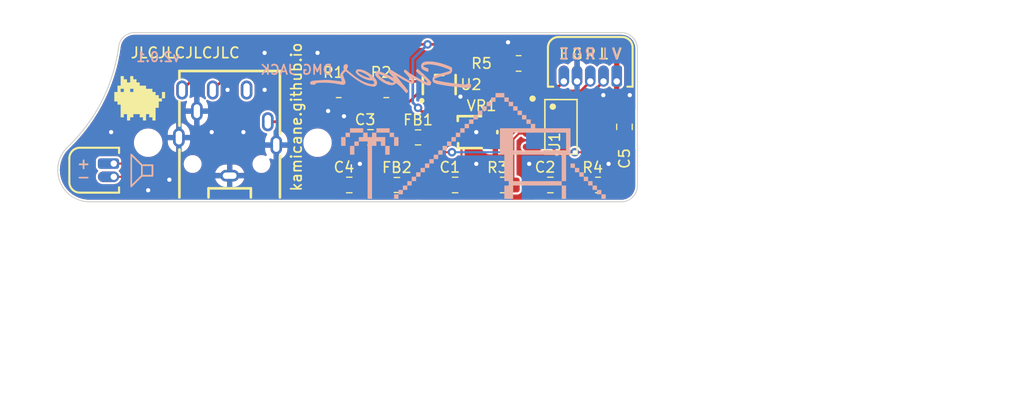
<source format=kicad_pcb>
(kicad_pcb (version 20211014) (generator pcbnew)
  (title_block (title "Super DMG JACK") (date "2022-12-05") (rev "2.0.1") (company "kmc"))
  (layers (0 "F.Cu" signal) (31 "B.Cu" signal) (34 "B.Paste" user) (35 "F.Paste" user) (36 "B.SilkS" user "B.Silkscreen") (37 "F.SilkS" user "F.Silkscreen") (38 "B.Mask" user) (39 "F.Mask" user) (44 "Edge.Cuts" user))
  (net 0 "")
  (net 3 "Net-(C1-Pad1)")
  (net 4 "GND")
  (net 5 "Net-(C3-Pad1)")
  (net 6 "Net-(C4-Pad1)")
  (net 7 "VCC")
  (net 8 "RIGHT")
  (net 9 "LEFT")
  (net 10 "EN")
  (net 11 "Net-(FB1-Pad2)")
  (net 12 "Net-(FB2-Pad2)")
  (net 13 "MONO")
  (net 14 "Net-(R3-Pad2)")
  (net 16 "Net-(C1-Pad2)")
  (net 17 "Net-(R4-Pad2)")
  (net 18 "Net-(C2-Pad2)")
  (net 19 "EN_INV")
  (footprint "easyeda2kicad:SOT-23-5_L3.0-W1.7-P0.95-LS2.8-BR" (layer "F.Cu") (at 76 53 -90)
    (fp_text reference "U2" (at 0 -3 180) (layer "F.SilkS"))
    (fp_text value "SN74AHC1G14DBVR")
    (pad "1" smd rect locked (at 1.3 0.95 270) (size 1 0.6) (layers "F.Cu" "F.Paste" "F.Mask"))
    (pad "2" smd rect locked (at 1.3 0 270) (size 1 0.6) (layers "F.Cu" "F.Paste" "F.Mask") (net 10 "EN"))
    (pad "3" smd rect locked (at 1.3 -0.95 270) (size 1 0.6) (layers "F.Cu" "F.Paste" "F.Mask") (net 4 "GND"))
    (pad "4" smd rect locked (at -1.3 -0.95 270) (size 1 0.6) (layers "F.Cu" "F.Paste" "F.Mask") (net 19 "EN_INV"))
    (pad "5" smd rect locked (at -1.3 0.95 270) (size 1 0.6) (layers "F.Cu" "F.Paste" "F.Mask") (net 7 "VCC"))
  )
  (footprint "Capacitor_SMD:C_0805_2012Metric_Pad1.18x1.45mm_HandSolder" (layer "F.Cu") (at 93.5 57 -90)
    (fp_text reference "C5" (at 3 0 90) (layer "F.SilkS"))
    (fp_text value "1µf")
    (pad "1" smd roundrect (at -1.0375 0 270) (size 1.175 1.45) (layers "F.Cu" "F.Paste" "F.Mask") (roundrect_rratio 0.212766) (net 7 "VCC"))
    (pad "2" smd roundrect (at 1.0375 0 270) (size 1.175 1.45) (layers "F.Cu" "F.Paste" "F.Mask") (roundrect_rratio 0.212766) (net 4 "GND"))
  )
  (footprint "Resistor_SMD:R_0805_2012Metric_Pad1.20x1.40mm_HandSolder" (layer "F.Cu") (at 83.5 51 180)
    (fp_text reference "R5" (at 3.5 0) (layer "F.SilkS"))
    (fp_text value "10kΩ")
    (pad "1" smd roundrect (at -1 0 180) (size 1.2 1.4) (layers "F.Cu" "F.Paste" "F.Mask") (roundrect_rratio 0.208333) (net 7 "VCC"))
    (pad "2" smd roundrect (at 1 0 180) (size 1.2 1.4) (layers "F.Cu" "F.Paste" "F.Mask") (roundrect_rratio 0.208333) (net 10 "EN"))
  )
  (footprint "Capacitor_SMD:C_0805_2012Metric_Pad1.18x1.45mm_HandSolder" (layer "F.Cu") (at 86.5 62.5)
    (fp_text reference "C2" (at -0.5 -1.68) (layer "F.SilkS"))
    (fp_text value "1µf")
    (pad "1" smd roundrect (at -1.0375 0) (size 1.175 1.45) (layers "F.Cu" "F.Paste" "F.Mask") (roundrect_rratio 0.212766) (net 4 "GND"))
    (pad "2" smd roundrect (at 1.0375 0) (size 1.175 1.45) (layers "F.Cu" "F.Paste" "F.Mask") (roundrect_rratio 0.212766) (net 18 "Net-(C2-Pad2)"))
  )
  (footprint "Capacitor_SMD:C_0805_2012Metric_Pad1.18x1.45mm_HandSolder" (layer "F.Cu") (at 69.5 58)
    (fp_text reference "C3" (at -0.5 -1.68) (layer "F.SilkS"))
    (fp_text value "220pf")
    (pad "1" smd roundrect (at -1.0375 0) (size 1.175 1.45) (layers "F.Cu" "F.Paste" "F.Mask") (roundrect_rratio 0.212766) (net 5 "Net-(C3-Pad1)"))
    (pad "2" smd roundrect (at 1.0375 0) (size 1.175 1.45) (layers "F.Cu" "F.Paste" "F.Mask") (roundrect_rratio 0.212766) (net 4 "GND"))
  )
  (footprint "Inductor_SMD:L_0805_2012Metric_Pad1.15x1.40mm_HandSolder" (layer "F.Cu") (at 72 62.5)
    (fp_text reference "FB2" (at 0 -1.65) (layer "F.SilkS"))
    (fp_text value "FerriteBead_Small")
    (pad "1" smd roundrect (at -1.025 0) (size 1.15 1.4) (layers "F.Cu" "F.Paste" "F.Mask") (roundrect_rratio 0.217391) (net 6 "Net-(C4-Pad1)"))
    (pad "2" smd roundrect (at 1.025 0) (size 1.15 1.4) (layers "F.Cu" "F.Paste" "F.Mask") (roundrect_rratio 0.217391) (net 12 "Net-(FB2-Pad2)"))
  )
  (footprint "Inductor_SMD:L_0805_2012Metric_Pad1.15x1.40mm_HandSolder" (layer "F.Cu") (at 74 58)
    (fp_text reference "FB1" (at 0 -1.65) (layer "F.SilkS"))
    (fp_text value "FerriteBead_Small")
    (pad "1" smd roundrect (at -1.025 0) (size 1.15 1.4) (layers "F.Cu" "F.Paste" "F.Mask") (roundrect_rratio 0.217391) (net 5 "Net-(C3-Pad1)"))
    (pad "2" smd roundrect (at 1.025 0) (size 1.15 1.4) (layers "F.Cu" "F.Paste" "F.Mask") (roundrect_rratio 0.217391) (net 11 "Net-(FB1-Pad2)"))
  )
  (footprint "MountingHole:MountingHole_2.2mm_M2" (layer "F.Cu") (at 48.5 58.5)
    (fp_text reference "H1" hide)
    (fp_text value "MountingHole")
    (pad "" np_thru_hole circle (at 0 0) (size 2.2 2.2) (drill 2.2) (layers *.Cu *.Mask))
  )
  (footprint "Resistor_SMD:R_0805_2012Metric_Pad1.20x1.40mm_HandSolder" (layer "F.Cu") (at 91 62.5)
    (fp_text reference "R4" (at -0.5 -1.65) (layer "F.SilkS"))
    (fp_text value "100Ω")
    (pad "1" smd roundrect (at -1 0) (size 1.2 1.4) (layers "F.Cu" "F.Paste" "F.Mask") (roundrect_rratio 0.208333) (net 18 "Net-(C2-Pad2)"))
    (pad "2" smd roundrect (at 1 0) (size 1.2 1.4) (layers "F.Cu" "F.Paste" "F.Mask") (roundrect_rratio 0.208333) (net 17 "Net-(R4-Pad2)"))
  )
  (footprint "kmc_lib:CONN-TH_5P-P1.25_LONGPADS" (layer "F.Cu") (at 90.27 52.7 180)
    (fp_text reference "CN2" hide)
    (fp_text value "DMGB_AUDIO_HEADER")
    (pad "1" thru_hole roundrect locked (at -2.5 0 180) (size 1 2) (drill 0.6 (offset 0 0.5)) (layers *.Cu *.Mask) (net 7 "VCC"))
    (pad "2" thru_hole oval locked (at -1.25 0 180) (size 1 2) (drill 0.6 (offset 0 0.5)) (layers *.Cu *.Mask) (net 9 "LEFT"))
    (pad "3" thru_hole oval locked (at 0 0 180) (size 1 2) (drill 0.6 (offset 0 0.5)) (layers *.Cu *.Mask) (net 8 "RIGHT"))
    (pad "4" thru_hole oval locked (at 1.25 0 180) (size 1 2) (drill 0.6 (offset 0 0.5)) (layers *.Cu *.Mask) (net 4 "GND"))
    (pad "5" thru_hole oval locked (at 2.5 0 180) (size 1 2) (drill 0.6 (offset 0 0.5)) (layers *.Cu *.Mask) (net 19 "EN_INV"))
  )
  (footprint "Capacitor_SMD:C_0805_2012Metric_Pad1.18x1.45mm_HandSolder" (layer "F.Cu") (at 77.5 62.5)
    (fp_text reference "C1" (at -0.5 -1.68) (layer "F.SilkS"))
    (fp_text value "1µf")
    (pad "1" smd roundrect (at -1.0375 0) (size 1.175 1.45) (layers "F.Cu" "F.Paste" "F.Mask") (roundrect_rratio 0.212766) (net 3 "Net-(C1-Pad1)"))
    (pad "2" smd roundrect (at 1.0375 0) (size 1.175 1.45) (layers "F.Cu" "F.Paste" "F.Mask") (roundrect_rratio 0.212766) (net 16 "Net-(C1-Pad2)"))
  )
  (footprint "Resistor_SMD:R_0805_2012Metric_Pad1.20x1.40mm_HandSolder" (layer "F.Cu") (at 66.5 53.5)
    (fp_text reference "R1" (at -0.5 -1.65) (layer "F.SilkS"))
    (fp_text value "220Ω")
    (pad "1" smd roundrect (at -1 0) (size 1.2 1.4) (layers "F.Cu" "F.Paste" "F.Mask") (roundrect_rratio 0.208333) (net 9 "LEFT"))
    (pad "2" smd roundrect (at 1 0) (size 1.2 1.4) (layers "F.Cu" "F.Paste" "F.Mask") (roundrect_rratio 0.208333) (net 13 "MONO"))
  )
  (footprint "easyeda2kicad:SOP-8_L4.9-W3.9-P1.27-LS6.0-BL" (layer "F.Cu") (at 87.5 57 -90)
    (fp_text reference "U1" (at 1.5 0.6 90) (layer "F.SilkS"))
    (fp_text value "PAM8302AADCR")
    (pad "1" smd oval (at -1.91 2.68 270) (size 0.63 1.86) (layers "F.Cu" "F.Paste" "F.Mask") (net 10 "EN"))
    (pad "2" smd oval (at -0.63 2.68 270) (size 0.63 1.86) (layers "F.Cu" "F.Paste" "F.Mask"))
    (pad "3" smd oval (at 0.63 2.68 270) (size 0.63 1.86) (layers "F.Cu" "F.Paste" "F.Mask") (net 14 "Net-(R3-Pad2)"))
    (pad "4" smd oval (at 1.9 2.68 270) (size 0.63 1.86) (layers "F.Cu" "F.Paste" "F.Mask") (net 17 "Net-(R4-Pad2)"))
    (pad "5" smd oval (at 1.9 -2.68 270) (size 0.63 1.86) (layers "F.Cu" "F.Paste" "F.Mask") (net 11 "Net-(FB1-Pad2)"))
    (pad "6" smd oval (at 0.63 -2.68 270) (size 0.63 1.86) (layers "F.Cu" "F.Paste" "F.Mask") (net 7 "VCC"))
    (pad "7" smd oval (at -0.63 -2.68 270) (size 0.63 1.86) (layers "F.Cu" "F.Paste" "F.Mask") (net 4 "GND"))
    (pad "8" smd oval (at -1.91 -2.68 270) (size 0.63 1.86) (layers "F.Cu" "F.Paste" "F.Mask") (net 12 "Net-(FB2-Pad2)"))
  )
  (footprint "eda-glyphs:kmc" (layer "F.Cu") (at 48 54)
    (fp_text reference "G1" hide)
    (fp_text value "kmc" hide)
  )
  (footprint "easyeda2kicad:AUDIO-TH_PJ-3043-B" (layer "F.Cu") (at 56 57.5675 180)
    (fp_text reference "CN1" hide)
    (fp_text value "PJ-3043-B")
    (pad "" np_thru_hole circle locked (at -3.2 -2.95 180) (size 1.2 1.2) (drill 1.2) (layers F&B.Cu *.Mask))
    (pad "" np_thru_hole circle locked (at 3.3 -2.95 180) (size 1.2 1.2) (drill 1.2) (layers F&B.Cu *.Mask))
    (pad "1" thru_hole oval locked (at -0.2 -4.05 270) (size 1.1 1.8) (drill oval 0.599999 1.300023) (layers *.Cu *.Mask) (net 4 "GND"))
    (pad "2" thru_hole oval locked (at 1.4 4.05 180) (size 1.1 1.8) (drill oval 0.599999 1.300023) (layers *.Cu *.Mask) (net 8 "RIGHT"))
    (pad "3" thru_hole oval locked (at -3.8 1.05) (size 1.1 1.8) (drill oval 0.599999 1.300023) (layers *.Cu *.Mask) (net 9 "LEFT"))
    (pad "4" thru_hole oval locked (at -1.8 4.05) (size 1.1 1.8) (drill oval 0.599999 1.300023) (layers *.Cu *.Mask))
    (pad "5" thru_hole oval locked (at 2.9 2.05) (size 1.1 1.8) (drill oval 0.599999 1.300023) (layers *.Cu *.Mask) (net 4 "GND"))
    (pad "6" thru_hole oval locked (at 4.3 4.05) (size 1.1 1.8) (drill oval 0.599999 1.300023) (layers *.Cu *.Mask) (net 10 "EN"))
    (pad "8" thru_hole oval locked (at -4.6 -1.15 180) (size 1.1 1.8) (drill oval 0.599999 1.300023) (layers *.Cu *.Mask) (net 4 "GND"))
    (pad "8" thru_hole oval locked (at 4.6 -0.45 180) (size 1.1 1.8) (drill oval 0.599999 1.300023) (layers *.Cu *.Mask) (net 4 "GND"))
  )
  (footprint "easyeda2kicad:RES-ADJ-SMD_3P-L3.0-W3.8-P1.75-BR" (layer "F.Cu") (at 79.5 57.5)
    (fp_text reference "VR1" (at 0.5 -2.5) (layer "F.SilkS"))
    (fp_text value "TC33X-2-103E")
    (pad "1" smd roundrect (at 1.8 1 90) (size 1.2 1.6) (layers "F.Cu" "F.Paste" "F.Mask") (net 4 "GND"))
    (pad "2" smd roundrect (at -1.7 0 90) (size 1.6 1.5) (layers "F.Cu" "F.Paste" "F.Mask") (net 3 "Net-(C1-Pad1)"))
    (pad "3" smd roundrect (at 1.8 -1 90) (size 1.2 1.6) (layers "F.Cu" "F.Paste" "F.Mask") (net 13 "MONO"))
  )
  (footprint "Resistor_SMD:R_0805_2012Metric_Pad1.20x1.40mm_HandSolder" (layer "F.Cu") (at 71 53.5)
    (fp_text reference "R2" (at -0.5 -1.65) (layer "F.SilkS"))
    (fp_text value "220Ω")
    (pad "1" smd roundrect (at -1 0) (size 1.2 1.4) (layers "F.Cu" "F.Paste" "F.Mask") (roundrect_rratio 0.208333) (net 13 "MONO"))
    (pad "2" smd roundrect (at 1 0) (size 1.2 1.4) (layers "F.Cu" "F.Paste" "F.Mask") (roundrect_rratio 0.208333) (net 8 "RIGHT"))
  )
  (footprint "MountingHole:MountingHole_2.2mm_M2" (layer "F.Cu") (at 64.5 58.5)
    (fp_text reference "H2" hide)
    (fp_text value "MountingHole")
    (pad "" np_thru_hole circle (at 0 0) (size 2.2 2.2) (drill 2.2) (layers *.Cu *.Mask))
  )
  (footprint "kmc_lib:CONN-TH_2P-P1.25_HCTL_HC-1.25-2AW_LONGPADS" (layer "F.Cu") (at 45.25 61.125 -90)
    (fp_text reference "CN3" hide)
    (fp_text value "Speaker")
    (pad "1" thru_hole roundrect (at -0.65 0 270) (size 1 2) (drill 0.6 (offset 0 0.5)) (layers *.Cu *.Mask) (net 5 "Net-(C3-Pad1)"))
    (pad "2" thru_hole oval (at 0.6 0 270) (size 1 2) (drill 0.6 (offset 0 0.5)) (layers *.Cu *.Mask) (net 6 "Net-(C4-Pad1)"))
  )
  (footprint "Resistor_SMD:R_0805_2012Metric_Pad1.20x1.40mm_HandSolder" (layer "F.Cu") (at 82 62.5)
    (fp_text reference "R3" (at -0.5 -1.65) (layer "F.SilkS"))
    (fp_text value "100Ω")
    (pad "1" smd roundrect (at -1 0) (size 1.2 1.4) (layers "F.Cu" "F.Paste" "F.Mask") (roundrect_rratio 0.208333) (net 16 "Net-(C1-Pad2)"))
    (pad "2" smd roundrect (at 1 0) (size 1.2 1.4) (layers "F.Cu" "F.Paste" "F.Mask") (roundrect_rratio 0.208333) (net 14 "Net-(R3-Pad2)"))
  )
  (footprint "Capacitor_SMD:C_0805_2012Metric_Pad1.18x1.45mm_HandSolder" (layer "F.Cu") (at 67.5 62.5)
    (fp_text reference "C4" (at -0.5 -1.68) (layer "F.SilkS"))
    (fp_text value "220pf")
    (pad "1" smd roundrect (at -1.0375 0) (size 1.175 1.45) (layers "F.Cu" "F.Paste" "F.Mask") (roundrect_rratio 0.212766) (net 6 "Net-(C4-Pad1)"))
    (pad "2" smd roundrect (at 1.0375 0) (size 1.175 1.45) (layers "F.Cu" "F.Paste" "F.Mask") (roundrect_rratio 0.212766) (net 4 "GND"))
  )
  (footprint "LOGO" (layer "B.Cu") (at 71.4 52.3 180)
    (fp_text reference "G***" hide)
    (fp_text value "LOGO" hide)
  )
  (footprint "LOGO" (layer "B.Cu") (at 75.9 58.8 180)
    (fp_text reference "G***" hide)
    (fp_text value "LOGO" hide)
  )
  (gr_line (start 48.9 61.625) (end 48.9 60.625) (layer "B.SilkS") (width 0.15))
  (gr_line (start 46.9 62.625) (end 47.9 61.625) (layer "B.SilkS") (width 0.15))
  (gr_line (start 47.9 60.625) (end 47.9 61.625) (layer "B.SilkS") (width 0.15))
  (gr_line (start 46.9 59.625) (end 46.9 62.625) (layer "B.SilkS") (width 0.15))
  (gr_line (start 48.9 60.625) (end 47.9 60.625) (layer "B.SilkS") (width 0.15))
  (gr_line (start 47.9 60.625) (end 46.9 59.625) (layer "B.SilkS") (width 0.15))
  (gr_line (start 47.9 61.625) (end 48.9 61.625) (layer "B.SilkS") (width 0.15))
  (gr_line (start 48.9 60.625) (end 47.9 60.625) (layer "F.SilkS") (width 0.15))
  (gr_line (start 46.9 59.625) (end 46.9 62.625) (layer "F.SilkS") (width 0.15))
  (gr_line (start 46.9 62.625) (end 47.9 61.625) (layer "F.SilkS") (width 0.15))
  (gr_line (start 47.9 61.625) (end 48.9 61.625) (layer "F.SilkS") (width 0.15))
  (gr_line (start 47.9 60.625) (end 46.9 59.625) (layer "F.SilkS") (width 0.15))
  (gr_line (start 47.9 60.625) (end 47.9 61.625) (layer "F.SilkS") (width 0.15))
  (gr_line (start 48.9 61.625) (end 48.9 60.625) (layer "F.SilkS") (width 0.15))
  (gr_arc (start 93.215194 48.08959) (mid 94.275862 48.528927) (end 94.715194 49.58959) (layer "Edge.Cuts") (width 0.1))
  (gr_line (start 42.957001 64.08959) (end 53.114229 64.08959) (layer "Edge.Cuts") (width 0.1))
  (gr_line (start 94.715194 62.58959) (end 94.715194 49.58959) (layer "Edge.Cuts") (width 0.1))
  (gr_arc (start 45.715194 49.39443) (mid 46.213193 48.462062) (end 47.202444 48.08959) (layer "Edge.Cuts") (width 0.1))
  (gr_arc (start 94.715194 62.58959) (mid 94.275857 63.650255) (end 93.215194 64.08959) (layer "Edge.Cuts") (width 0.1))
  (gr_line (start 66.975475 48.08959) (end 47.202444 48.08959) (layer "Edge.Cuts") (width 0.1))
  (gr_arc (start 42.957001 64.08959) (mid 40.17249 62.206043) (end 40.884484 58.920564) (layer "Edge.Cuts") (width 0.1))
  (gr_line (start 93.215194 48.08959) (end 66.975475 48.08959) (layer "Edge.Cuts") (width 0.1))
  (gr_line (start 59.422348 64.08959) (end 53.114229 64.08959) (layer "Edge.Cuts") (width 0.1))
  (gr_line (start 59.422348 64.08959) (end 93.215194 64.08959) (layer "Edge.Cuts") (width 0.1))
  (gr_arc (start 45.715194 49.39443) (mid 44.114599 54.570663) (end 40.884484 58.920564) (layer "Edge.Cuts") (width 0.1))
  (gr_text "R" (at 90.85 50.1) (layer "B.SilkS") (effects (font (size 1 1) (thickness 0.16)) (justify left mirror)))
  (gr_text "-" (at 42.4 61.725) (layer "B.SilkS") (effects (font (size 1 1)) (justify mirror)))
  (gr_text "L" (at 92.004762 50.1) (layer "B.SilkS") (effects (font (size 1 1) (thickness 0.16)) (justify left mirror)))
  (gr_text "G" (at 89.6 50.1) (layer "B.SilkS") (effects (font (size 1 1) (thickness 0.16)) (justify left mirror)))
  (gr_text "E" (at 88.302381 50.1) (layer "B.SilkS") (effects (font (size 1 1) (thickness 0.16)) (justify left mirror)))
  (gr_text "V" (at 93.278572 50.1) (layer "B.SilkS") (effects (font (size 1 1) (thickness 0.16)) (justify left mirror)))
  (gr_text "+" (at 42.4 60.475) (layer "B.SilkS") (effects (font (size 1 1)) (justify mirror)))
  (gr_text "v${REVISION}" (at 51.6 50.4) (layer "B.SilkS") (effects (font (size 0.9 0.9) (thickness 0.16)) (justify left mirror)))
  (gr_text "DMG JACK" (at 66 51.6) (layer "B.SilkS") (effects (font (size 0.9 0.9) (thickness 0.16)) (justify left mirror)))
  (gr_text "R" (at 89.69 50.1) (layer "F.SilkS") (effects (font (size 1 1) (thickness 0.16)) (justify left)))
  (gr_text "JLCJLCJLCJLC" (at 52 50) (layer "F.SilkS") (effects (font (size 1 1) (thickness 0.16))))
  (gr_text "L" (at 91.035238 50.1) (layer "F.SilkS") (effects (font (size 1 1) (thickness 0.16)) (justify left)))
  (gr_text "-" (at 42.4 61.725) (layer "F.SilkS") (effects (font (size 1 1))))
  (gr_text "V" (at 92.261429 50.1) (layer "F.SilkS") (effects (font (size 1 1) (thickness 0.16)) (justify left)))
  (gr_text "+" (at 42.4 60.475) (layer "F.SilkS") (effects (font (size 1 1))))
  (gr_text "kamicane.github.io" (at 62.5 63.2 90) (layer "F.SilkS") (effects (font (size 1 1) (thickness 0.16)) (justify left)))
  (gr_text "E" (at 87.237619 50.1) (layer "F.SilkS") (effects (font (size 1 1) (thickness 0.16)) (justify left)))
  (gr_text "G" (at 88.44 50.1) (layer "F.SilkS") (effects (font (size 1 1) (thickness 0.16)) (justify left)))
  (segment (start 77.8 58.8) (end 78.1 59.1) (width 0.2) (layer "F.Cu") (net 3))
  (segment (start 77.8 57.5) (end 77.8 58.8) (width 0.2) (layer "F.Cu") (net 3))
  (segment (start 78.1 59.1) (end 78.1 60.8625) (width 0.2) (layer "F.Cu") (net 3))
  (segment (start 78.1 60.8625) (end 76.4625 62.5) (width 0.2) (layer "F.Cu") (net 3))
  (via (at 82.5 49) (size 0.8) (drill 0.4) (layers "F.Cu" "B.Cu") (net 4))
  (via (at 91.5 54) (size 0.8) (drill 0.4) (layers "F.Cu" "B.Cu") (net 4))
  (via (at 56 53.5) (size 0.8) (drill 0.4) (layers "F.Cu" "B.Cu") (net 4))
  (via (at 94 54) (size 0.8) (drill 0.4) (layers "F.Cu" "B.Cu") (net 4))
  (via (at 78 54.142359) (size 0.8) (drill 0.4) (layers "F.Cu" "B.Cu") (net 4))
  (via (at 92 60.5) (size 0.8) (drill 0.4) (layers "F.Cu" "B.Cu") (net 4))
  (via (at 59.5 53.5) (size 0.8) (drill 0.4) (layers "F.Cu" "B.Cu") (net 4))
  (via (at 79.5 57.5) (size 0.8) (drill 0.4) (layers "F.Cu" "B.Cu") (net 4))
  (via (at 68.5 60.5) (size 0.8) (drill 0.4) (layers "F.Cu" "B.Cu") (net 4))
  (via (at 57.5 57.5) (size 0.8) (drill 0.4) (layers "F.Cu" "B.Cu") (net 4))
  (via (at 79.5 60.5) (size 0.8) (drill 0.4) (layers "F.Cu" "B.Cu") (net 4))
  (via (at 67 56) (size 0.8) (drill 0.4) (layers "F.Cu" "B.Cu") (net 4))
  (via (at 59.5 50) (size 0.8) (drill 0.4) (layers "F.Cu" "B.Cu") (net 4))
  (via (at 45 57.5) (size 0.8) (drill 0.4) (layers "F.Cu" "B.Cu") (net 4))
  (via (at 64.5 50) (size 0.8) (drill 0.4) (layers "F.Cu" "B.Cu") (net 4))
  (via (at 54.5 57.5) (size 0.8) (drill 0.4) (layers "F.Cu" "B.Cu") (net 4))
  (via (at 48.5 63) (size 0.8) (drill 0.4) (layers "F.Cu" "B.Cu") (net 4))
  (via (at 84.5 60.5) (size 0.8) (drill 0.4) (layers "F.Cu" "B.Cu") (net 4))
  (via (at 65.5 55.5) (size 0.8) (drill 0.4) (layers "F.Cu" "B.Cu") (net 4))
  (via (at 50.5 62) (size 0.8) (drill 0.4) (layers "F.Cu" "B.Cu") (net 4))
  (segment (start 69.4 59.5) (end 68.4625 58.5625) (width 0.2) (layer "F.Cu") (net 5))
  (segment (start 68.4625 58) (end 68 58) (width 0.2) (layer "F.Cu") (net 5))
  (segment (start 53 63) (end 50.475 60.475) (width 0.2) (layer "F.Cu") (net 5))
  (segment (start 63 63) (end 53 63) (width 0.2) (layer "F.Cu") (net 5))
  (segment (start 68.4625 58.5625) (end 68.4625 58) (width 0.2) (layer "F.Cu") (net 5))
  (segment (start 72.975 58) (end 71.475 59.5) (width 0.2) (layer "F.Cu") (net 5))
  (segment (start 68 58) (end 63 63) (width 0.2) (layer "F.Cu") (net 5))
  (segment (start 50.475 60.475) (end 45.25 60.475) (width 0.2) (layer "F.Cu") (net 5))
  (segment (start 71.475 59.5) (end 69.4 59.5) (width 0.2) (layer "F.Cu") (net 5))
  (segment (start 67.51202 61.45048) (end 69.92548 61.45048) (width 0.2) (layer "F.Cu") (net 6))
  (segment (start 66.4625 62.5) (end 65.51298 63.44952) (width 0.2) (layer "F.Cu") (net 6))
  (segment (start 66.4625 62.5) (end 67.51202 61.45048) (width 0.2) (layer "F.Cu") (net 6))
  (segment (start 65.51298 63.44952) (end 50.64952 63.44952) (width 0.2) (layer "F.Cu") (net 6))
  (segment (start 50.64952 63.44952) (end 48.925 61.725) (width 0.2) (layer "F.Cu") (net 6))
  (segment (start 48.925 61.725) (end 45.25 61.725) (width 0.2) (layer "F.Cu") (net 6))
  (segment (start 69.92548 61.45048) (end 70.975 62.5) (width 0.2) (layer "F.Cu") (net 6))
  (segment (start 93.5 55.9625) (end 91.8325 57.63) (width 0.5) (layer "F.Cu") (net 7))
  (segment (start 80.6 52.2) (end 83.3 52.2) (width 0.5) (layer "F.Cu") (net 7))
  (segment (start 75.05 51.35) (end 75.8 50.6) (width 0.5) (layer "F.Cu") (net 7))
  (segment (start 91.8 49.3) (end 92.77 50.27) (width 0.5) (layer "F.Cu") (net 7))
  (segment (start 92.77 54.27) (end 93.5 55) (width 0.5) (layer "F.Cu") (net 7))
  (segment (start 93.5 55) (end 93.5 55.9625) (width 0.5) (layer "F.Cu") (net 7))
  (segment (start 86.2 49.3) (end 91.8 49.3) (width 0.5) (layer "F.Cu") (net 7))
  (segment (start 92.77 52.7) (end 92.77 54.27) (width 0.5) (layer "F.Cu") (net 7))
  (segment (start 79 50.6) (end 80.6 52.2) (width 0.5) (layer "F.Cu") (net 7))
  (segment (start 83.3 52.2) (end 84.5 51) (width 0.5) (layer "F.Cu") (net 7))
  (segment (start 92.77 50.27) (end 92.77 52.7) (width 0.5) (layer "F.Cu") (net 7))
  (segment (start 75.05 51.7) (end 75.05 51.35) (width 0.5) (layer "F.Cu") (net 7))
  (segment (start 75.8 50.6) (end 79 50.6) (width 0.5) (layer "F.Cu") (net 7))
  (segment (start 91.8325 57.63) (end 90.18 57.63) (width 0.5) (layer "F.Cu") (net 7))
  (segment (start 84.5 51) (end 86.2 49.3) (width 0.5) (layer "F.Cu") (net 7))
  (segment (start 78.9 52.7) (end 72.8 52.7) (width 0.25) (layer "F.Cu") (net 8))
  (segment (start 70.6 51) (end 57.1175 51) (width 0.25) (layer "F.Cu") (net 8))
  (segment (start 90.27 52.7) (end 89.37 53.6) (width 0.25) (layer "F.Cu") (net 8))
  (segment (start 79.8 53.6) (end 78.9 52.7) (width 0.25) (layer "F.Cu") (net 8))
  (segment (start 57.1175 51) (end 54.6 53.5175) (width 0.25) (layer "F.Cu") (net 8))
  (segment (start 72 53.5) (end 72 52.4) (width 0.25) (layer "F.Cu") (net 8))
  (segment (start 72.8 52.7) (end 72 53.5) (width 0.25) (layer "F.Cu") (net 8))
  (segment (start 89.37 53.6) (end 79.8 53.6) (width 0.25) (layer "F.Cu") (net 8))
  (segment (start 72 52.4) (end 70.6 51) (width 0.25) (layer "F.Cu") (net 8))
  (segment (start 71.406013 55) (end 70.92452 54.518507) (width 0.25) (layer "F.Cu") (net 9))
  (segment (start 78.713802 53.14952) (end 74.65048 53.14952) (width 0.25) (layer "F.Cu") (net 9))
  (segment (start 70.5 51.9) (end 67.1 51.9) (width 0.25) (layer "F.Cu") (net 9))
  (segment (start 62.4825 56.5175) (end 59.8 56.5175) (width 0.25) (layer "F.Cu") (net 9))
  (segment (start 91.52 52.7) (end 90.17048 54.04952) (width 0.25) (layer "F.Cu") (net 9))
  (segment (start 90.17048 54.04952) (end 79.613802 54.04952) (width 0.25) (layer "F.Cu") (net 9))
  (segment (start 79.613802 54.04952) (end 78.713802 53.14952) (width 0.25) (layer "F.Cu") (net 9))
  (segment (start 65.5 53.5) (end 62.4825 56.5175) (width 0.25) (layer "F.Cu") (net 9))
  (segment (start 72.8 55) (end 71.406013 55) (width 0.25) (layer "F.Cu") (net 9))
  (segment (start 70.92452 54.518507) (end 70.92452 52.32452) (width 0.25) (layer "F.Cu") (net 9))
  (segment (start 70.92452 52.32452) (end 70.5 51.9) (width 0.25) (layer "F.Cu") (net 9))
  (segment (start 67.1 51.9) (end 65.5 53.5) (width 0.25) (layer "F.Cu") (net 9))
  (segment (start 74.65048 53.14952) (end 72.8 55) (width 0.25) (layer "F.Cu") (net 9))
  (segment (start 75.54952 55.50048) (end 75.54952 55.55048) (width 0.25) (layer "F.Cu") (net 10))
  (segment (start 76 55.05) (end 75.54952 55.50048) (width 0.25) (layer "F.Cu") (net 10))
  (segment (start 78.84952 55.55048) (end 75.54952 55.55048) (width 0.25) (layer "F.Cu") (net 10))
  (segment (start 56.0175 49.2) (end 51.7 53.5175) (width 0.25) (layer "F.Cu") (net 10))
  (segment (start 76 54.3) (end 76 55.05) (width 0.25) (layer "F.Cu") (net 10))
  (segment (start 74.9 49.2) (end 79.7 49.2) (width 0.25) (layer "F.Cu") (net 10))
  (segment (start 79.31 55.09) (end 78.84952 55.55048) (width 0.25) (layer "F.Cu") (net 10))
  (segment (start 74.35048 55.55048) (end 75.54952 55.55048) (width 0.25) (layer "F.Cu") (net 10))
  (segment (start 81.5 51) (end 82.5 51) (width 0.25) (layer "F.Cu") (net 10))
  (segment (start 74.9 49.2) (end 56.0175 49.2) (width 0.25) (layer "F.Cu") (net 10))
  (segment (start 74 55.2) (end 74.35048 55.55048) (width 0.25) (layer "F.Cu") (net 10))
  (segment (start 79.7 49.2) (end 81.5 51) (width 0.25) (layer "F.Cu") (net 10))
  (segment (start 84.82 55.09) (end 79.31 55.09) (width 0.25) (layer "F.Cu") (net 10))
  (via (at 74 55.2) (size 0.8) (drill 0.4) (layers "F.Cu" "B.Cu") (net 10))
  (via (at 74.9 49.2) (size 0.8) (drill 0.4) (layers "F.Cu" "B.Cu") (net 10))
  (segment (start 73.5 54.7) (end 73.5 50.6) (width 0.25) (layer "B.Cu") (net 10))
  (segment (start 74 55.2) (end 73.5 54.7) (width 0.25) (layer "B.Cu") (net 10))
  (segment (start 73.5 50.6) (end 74.9 49.2) (width 0.25) (layer "B.Cu") (net 10))
  (segment (start 76.425 59.4) (end 75.025 58) (width 0.2) (layer "F.Cu") (net 11))
  (segment (start 89.68 59.4) (end 90.18 58.9) (width 0.2) (layer "F.Cu") (net 11))
  (segment (start 77.2 59.4) (end 76.425 59.4) (width 0.2) (layer "F.Cu") (net 11))
  (segment (start 88.8 59.4) (end 89.68 59.4) (width 0.2) (layer "F.Cu") (net 11))
  (via (at 88.8 59.4) (size 0.8) (drill 0.4) (layers "F.Cu" "B.Cu") (net 11))
  (via (at 77.2 59.4) (size 0.8) (drill 0.4) (layers "F.Cu" "B.Cu") (net 11))
  (segment (start 77.2 59.4) (end 88.8 59.4) (width 0.2) (layer "B.Cu") (net 11))
  (segment (start 82.600481 57.999519) (end 83.61548 56.98452) (width 0.2) (layer "F.Cu") (net 12))
  (segment (start 82.10048 63.177618) (end 82.10048 61.34952) (width 0.2) (layer "F.Cu") (net 12))
  (segment (start 83.61548 56.98452) (end 86.61548 56.98452) (width 0.2) (layer "F.Cu") (net 12))
  (segment (start 82.600481 60.849519) (end 82.600481 57.999519) (width 0.2) (layer "F.Cu") (net 12))
  (segment (start 81.488028 63.79007) (end 82.10048 63.177618) (width 0.2) (layer "F.Cu") (net 12))
  (segment (start 88.51 55.09) (end 90.18 55.09) (width 0.2) (layer "F.Cu") (net 12))
  (segment (start 73.025 62.5) (end 74.31507 63.79007) (width 0.2) (layer "F.Cu") (net 12))
  (segment (start 74.31507 63.79007) (end 81.488028 63.79007) (width 0.2) (layer "F.Cu") (net 12))
  (segment (start 86.61548 56.98452) (end 88.51 55.09) (width 0.2) (layer "F.Cu") (net 12))
  (segment (start 82.10048 61.34952) (end 82.600481 60.849519) (width 0.2) (layer "F.Cu") (net 12))
  (segment (start 79.9 56.5) (end 81.3 56.5) (width 0.25) (layer "F.Cu") (net 13))
  (segment (start 71.262307 56) (end 79.4 56) (width 0.25) (layer "F.Cu") (net 13))
  (segment (start 79.4 56) (end 79.9 56.5) (width 0.25) (layer "F.Cu") (net 13))
  (segment (start 70 53.5) (end 70 54.737693) (width 0.25) (layer "F.Cu") (net 13))
  (segment (start 70 54.737693) (end 71.262307 56) (width 0.25) (layer "F.Cu") (net 13))
  (segment (start 67.5 53.5) (end 70 53.5) (width 0.25) (layer "F.Cu") (net 13))
  (segment (start 83 62.5) (end 83 58.165006) (width 0.2) (layer "F.Cu") (net 14))
  (segment (start 83 58.165006) (end 83.535006 57.63) (width 0.2) (layer "F.Cu") (net 14))
  (segment (start 83.535006 57.63) (end 84.82 57.63) (width 0.2) (layer "F.Cu") (net 14))
  (segment (start 81 62.5) (end 78.5375 62.5) (width 0.2) (layer "F.Cu") (net 16))
  (segment (start 92 62.5) (end 89.9 60.4) (width 0.2) (layer "F.Cu") (net 17))
  (segment (start 88.11 60.4) (end 86.61 58.9) (width 0.2) (layer "F.Cu") (net 17))
  (segment (start 89.9 60.4) (end 88.11 60.4) (width 0.2) (layer "F.Cu") (net 17))
  (segment (start 86.61 58.9) (end 84.82 58.9) (width 0.2) (layer "F.Cu") (net 17))
  (segment (start 90 62.5) (end 87.5375 62.5) (width 0.2) (layer "F.Cu") (net 18))
  (segment (start 76.95 51.7) (end 78.575 51.7) (width 0.25) (layer "F.Cu") (net 19))
  (segment (start 80.02548 53.15048) (end 87.31952 53.15048) (width 0.25) (layer "F.Cu") (net 19))
  (segment (start 78.575 51.7) (end 80.02548 53.15048) (width 0.25) (layer "F.Cu") (net 19))
  (segment (start 87.31952 53.15048) (end 87.77 52.7) (width 0.25) (layer "F.Cu") (net 19))
  (zone (net 4) (net_name "GND") (layers F&B.Cu) (connect_pads (clearance 0.2)) (min_thickness 0.2) (fill yes (thermal_gap 0.508) (thermal_bridge_width 0.508))
    (polygon (pts (xy 96.5 65) (xy 34.5 65) (xy 34.5 45) (xy 96.5 45)))
  )
  (zone (net 0) (net_name "") (layer "B.Cu") (connect_pads (clearance 0)) (min_thickness 0.254)
    (keepout (tracks allowed) (vias allowed) (pads allowed) (copperpour not_allowed) (footprints allowed))
    (fill (thermal_gap 0.508) (thermal_bridge_width 0.508))
    (polygon (pts (xy 83.8 62.2) (xy 82.9 62.2) (xy 82.9 59.6) (xy 83.8 59.6)))
  )
  (zone (net 0) (net_name "") (layer "B.Cu") (connect_pads (clearance 0)) (min_thickness 0.254)
    (keepout (tracks allowed) (vias allowed) (pads allowed) (copperpour not_allowed) (footprints allowed))
    (fill (thermal_gap 0.508) (thermal_bridge_width 0.508))
    (polygon (pts (xy 82.9 59.3) (xy 84.2 59.3) (xy 84.2 57.5) (xy 82.9 57.5)))
  )
  (zone (net 0) (net_name "") (layer "B.Cu") (connect_pads (clearance 0)) (min_thickness 0.254)
    (keepout (tracks allowed) (vias allowed) (pads allowed) (copperpour not_allowed) (footprints allowed))
    (fill (thermal_gap 0.508) (thermal_bridge_width 0.508))
    (polygon (pts (xy 83.8 63.8) (xy 82.9 63.8) (xy 82.9 62.4) (xy 83.8 62.4)))
  )
)
</source>
